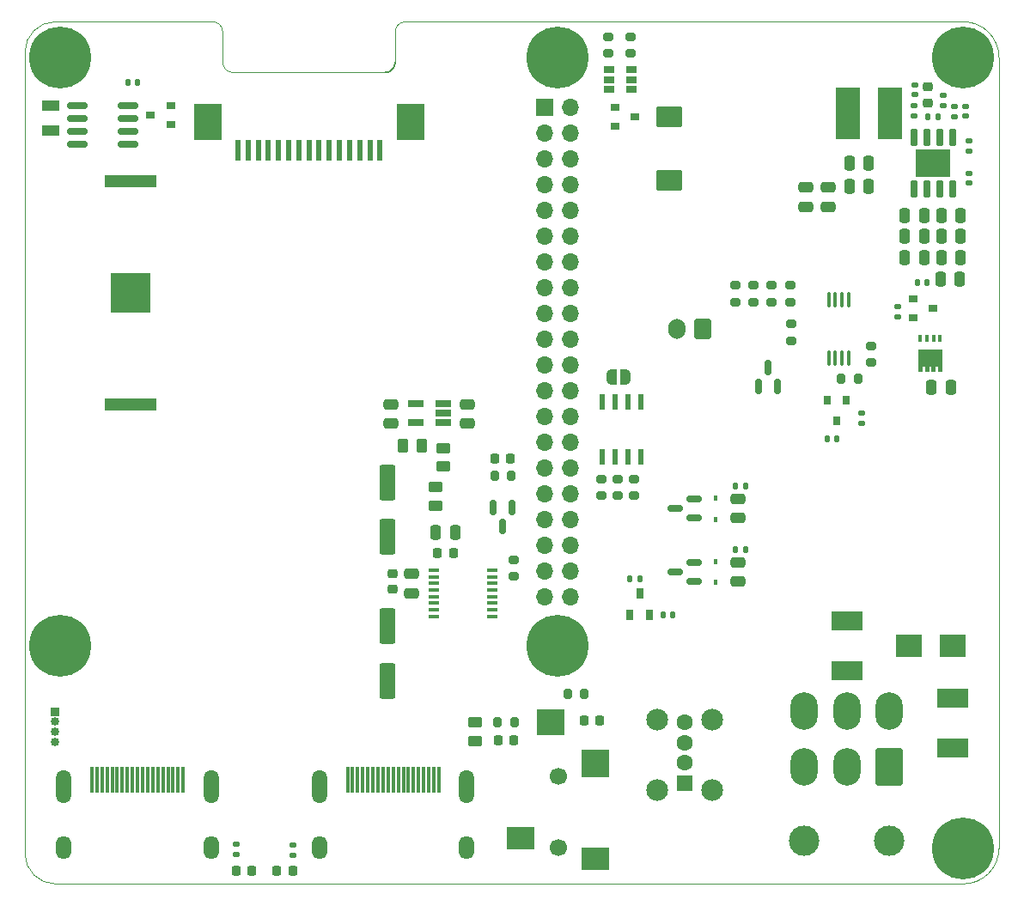
<source format=gbr>
G04 #@! TF.GenerationSoftware,KiCad,Pcbnew,(5.99.0-11120-g1d6ad4a52a)*
G04 #@! TF.CreationDate,2021-08-25T17:06:27+02:00*
G04 #@! TF.ProjectId,CarPiPowerHat,43617250-6950-46f7-9765-724861742e6b,0.2*
G04 #@! TF.SameCoordinates,Original*
G04 #@! TF.FileFunction,Soldermask,Top*
G04 #@! TF.FilePolarity,Negative*
%FSLAX46Y46*%
G04 Gerber Fmt 4.6, Leading zero omitted, Abs format (unit mm)*
G04 Created by KiCad (PCBNEW (5.99.0-11120-g1d6ad4a52a)) date 2021-08-25 17:06:27*
%MOMM*%
%LPD*%
G01*
G04 APERTURE LIST*
G04 Aperture macros list*
%AMRoundRect*
0 Rectangle with rounded corners*
0 $1 Rounding radius*
0 $2 $3 $4 $5 $6 $7 $8 $9 X,Y pos of 4 corners*
0 Add a 4 corners polygon primitive as box body*
4,1,4,$2,$3,$4,$5,$6,$7,$8,$9,$2,$3,0*
0 Add four circle primitives for the rounded corners*
1,1,$1+$1,$2,$3*
1,1,$1+$1,$4,$5*
1,1,$1+$1,$6,$7*
1,1,$1+$1,$8,$9*
0 Add four rect primitives between the rounded corners*
20,1,$1+$1,$2,$3,$4,$5,0*
20,1,$1+$1,$4,$5,$6,$7,0*
20,1,$1+$1,$6,$7,$8,$9,0*
20,1,$1+$1,$8,$9,$2,$3,0*%
%AMFreePoly0*
4,1,17,1.395000,0.765000,0.855000,0.765000,0.855000,0.535000,1.395000,0.535000,1.395000,0.115000,0.855000,0.115000,0.855000,-0.115000,1.395000,-0.115000,1.395000,-0.535000,0.855000,-0.535000,0.855000,-0.765000,1.395000,-0.765000,1.395000,-1.185000,-0.855000,-1.185000,-0.855000,1.185000,1.395000,1.185000,1.395000,0.765000,1.395000,0.765000,$1*%
%AMFreePoly1*
4,1,22,0.500000,-0.750000,0.000000,-0.750000,0.000000,-0.745033,-0.079941,-0.743568,-0.215256,-0.701293,-0.333266,-0.622738,-0.424486,-0.514219,-0.481581,-0.384460,-0.499164,-0.250000,-0.500000,-0.250000,-0.500000,0.250000,-0.499164,0.250000,-0.499963,0.256109,-0.478152,0.396186,-0.417904,0.524511,-0.324060,0.630769,-0.204165,0.706417,-0.067858,0.745374,0.000000,0.744959,0.000000,0.750000,
0.500000,0.750000,0.500000,-0.750000,0.500000,-0.750000,$1*%
%AMFreePoly2*
4,1,20,0.000000,0.744959,0.073905,0.744508,0.209726,0.703889,0.328688,0.626782,0.421226,0.519385,0.479903,0.390333,0.500000,0.250000,0.500000,-0.250000,0.499851,-0.262216,0.476331,-0.402017,0.414519,-0.529596,0.319384,-0.634700,0.198574,-0.708877,0.061801,-0.746166,0.000000,-0.745033,0.000000,-0.750000,-0.500000,-0.750000,-0.500000,0.750000,0.000000,0.750000,0.000000,0.744959,
0.000000,0.744959,$1*%
G04 Aperture macros list end*
G04 #@! TA.AperFunction,Profile*
%ADD10C,0.100000*%
G04 #@! TD*
G04 #@! TA.AperFunction,Profile*
%ADD11C,0.150000*%
G04 #@! TD*
%ADD12C,6.100000*%
%ADD13RoundRect,0.135000X0.185000X-0.135000X0.185000X0.135000X-0.185000X0.135000X-0.185000X-0.135000X0*%
%ADD14RoundRect,0.200000X0.275000X-0.200000X0.275000X0.200000X-0.275000X0.200000X-0.275000X-0.200000X0*%
%ADD15R,0.900000X0.800000*%
%ADD16R,1.060000X0.650000*%
%ADD17R,0.600000X1.550000*%
%ADD18C,1.700000*%
%ADD19R,2.800000X2.600000*%
%ADD20R,2.800000X2.200000*%
%ADD21R,2.800000X2.800000*%
%ADD22R,0.450000X0.600000*%
%ADD23RoundRect,0.100000X0.100000X-0.637500X0.100000X0.637500X-0.100000X0.637500X-0.100000X-0.637500X0*%
%ADD24RoundRect,0.250000X0.475000X-0.250000X0.475000X0.250000X-0.475000X0.250000X-0.475000X-0.250000X0*%
%ADD25RoundRect,0.225000X0.250000X-0.225000X0.250000X0.225000X-0.250000X0.225000X-0.250000X-0.225000X0*%
%ADD26RoundRect,0.250000X-0.450000X0.262500X-0.450000X-0.262500X0.450000X-0.262500X0.450000X0.262500X0*%
%ADD27R,0.850000X0.850000*%
%ADD28O,0.850000X0.850000*%
%ADD29RoundRect,0.250000X0.550000X-1.500000X0.550000X1.500000X-0.550000X1.500000X-0.550000X-1.500000X0*%
%ADD30RoundRect,0.140000X0.140000X0.170000X-0.140000X0.170000X-0.140000X-0.170000X0.140000X-0.170000X0*%
%ADD31R,1.800000X1.000000*%
%ADD32RoundRect,0.140000X0.170000X-0.140000X0.170000X0.140000X-0.170000X0.140000X-0.170000X-0.140000X0*%
%ADD33R,1.000000X0.400000*%
%ADD34RoundRect,0.250000X0.250000X0.475000X-0.250000X0.475000X-0.250000X-0.475000X0.250000X-0.475000X0*%
%ADD35R,3.400000X2.710000*%
%ADD36RoundRect,0.150000X0.150000X-0.737500X0.150000X0.737500X-0.150000X0.737500X-0.150000X-0.737500X0*%
%ADD37R,0.650000X1.100000*%
%ADD38RoundRect,0.135000X-0.185000X0.135000X-0.185000X-0.135000X0.185000X-0.135000X0.185000X0.135000X0*%
%ADD39RoundRect,0.250000X-0.475000X0.250000X-0.475000X-0.250000X0.475000X-0.250000X0.475000X0.250000X0*%
%ADD40RoundRect,0.250000X0.450000X-0.262500X0.450000X0.262500X-0.450000X0.262500X-0.450000X-0.262500X0*%
%ADD41RoundRect,0.250000X-0.250000X-0.475000X0.250000X-0.475000X0.250000X0.475000X-0.250000X0.475000X0*%
%ADD42RoundRect,0.225000X0.225000X0.250000X-0.225000X0.250000X-0.225000X-0.250000X0.225000X-0.250000X0*%
%ADD43RoundRect,0.225000X-0.225000X-0.250000X0.225000X-0.250000X0.225000X0.250000X-0.225000X0.250000X0*%
%ADD44RoundRect,0.250000X-0.262500X-0.450000X0.262500X-0.450000X0.262500X0.450000X-0.262500X0.450000X0*%
%ADD45RoundRect,0.140000X-0.140000X-0.170000X0.140000X-0.170000X0.140000X0.170000X-0.140000X0.170000X0*%
%ADD46RoundRect,0.200000X-0.200000X-0.275000X0.200000X-0.275000X0.200000X0.275000X-0.200000X0.275000X0*%
%ADD47R,3.150000X1.960000*%
%ADD48RoundRect,0.150000X-0.825000X-0.150000X0.825000X-0.150000X0.825000X0.150000X-0.825000X0.150000X0*%
%ADD49R,5.080000X1.270000*%
%ADD50R,3.960000X3.960000*%
%ADD51RoundRect,0.140000X-0.170000X0.140000X-0.170000X-0.140000X0.170000X-0.140000X0.170000X0.140000X0*%
%ADD52RoundRect,0.150000X0.587500X0.150000X-0.587500X0.150000X-0.587500X-0.150000X0.587500X-0.150000X0*%
%ADD53RoundRect,0.150000X0.150000X-0.587500X0.150000X0.587500X-0.150000X0.587500X-0.150000X-0.587500X0*%
%ADD54R,0.420000X0.700000*%
%ADD55FreePoly0,270.000000*%
%ADD56R,1.560000X0.650000*%
%ADD57RoundRect,0.200000X-0.275000X0.200000X-0.275000X-0.200000X0.275000X-0.200000X0.275000X0.200000X0*%
%ADD58RoundRect,0.225000X-0.250000X0.225000X-0.250000X-0.225000X0.250000X-0.225000X0.250000X0.225000X0*%
%ADD59R,0.300000X2.600000*%
%ADD60O,1.500000X3.300000*%
%ADD61O,1.500000X2.300000*%
%ADD62R,0.800000X0.900000*%
%ADD63RoundRect,0.135000X-0.135000X-0.185000X0.135000X-0.185000X0.135000X0.185000X-0.135000X0.185000X0*%
%ADD64RoundRect,0.218750X-0.218750X-0.256250X0.218750X-0.256250X0.218750X0.256250X-0.218750X0.256250X0*%
%ADD65R,2.350000X5.100000*%
%ADD66RoundRect,0.250000X-1.025000X0.787500X-1.025000X-0.787500X1.025000X-0.787500X1.025000X0.787500X0*%
%ADD67C,3.000000*%
%ADD68RoundRect,0.250001X1.099999X1.599999X-1.099999X1.599999X-1.099999X-1.599999X1.099999X-1.599999X0*%
%ADD69O,2.700000X3.700000*%
%ADD70R,2.500000X2.300000*%
%ADD71RoundRect,0.250000X-0.550000X1.500000X-0.550000X-1.500000X0.550000X-1.500000X0.550000X1.500000X0*%
%ADD72RoundRect,0.150000X-0.150000X0.587500X-0.150000X-0.587500X0.150000X-0.587500X0.150000X0.587500X0*%
%ADD73RoundRect,0.200000X0.200000X0.275000X-0.200000X0.275000X-0.200000X-0.275000X0.200000X-0.275000X0*%
%ADD74R,1.600000X1.600000*%
%ADD75C,1.600000*%
%ADD76C,2.150000*%
%ADD77FreePoly1,0.000000*%
%ADD78FreePoly2,0.000000*%
%ADD79R,0.610000X2.000000*%
%ADD80R,2.680000X3.600000*%
%ADD81R,1.700000X1.700000*%
%ADD82O,1.700000X1.700000*%
%ADD83RoundRect,0.250000X0.600000X0.750000X-0.600000X0.750000X-0.600000X-0.750000X0.600000X-0.750000X0*%
%ADD84O,1.700000X2.000000*%
G04 APERTURE END LIST*
D10*
X81000000Y-116500000D02*
X170500000Y-116500000D01*
X98499997Y-36500003D02*
G75*
G02*
X97500000Y-35500000I3J1000000D01*
G01*
X97500000Y-35500000D02*
X97500000Y-32500000D01*
X96500003Y-31499997D02*
G75*
G02*
X97500000Y-32500000I-3J-1000000D01*
G01*
X113500000Y-36500000D02*
X98500000Y-36500000D01*
X81000000Y-116500000D02*
G75*
G02*
X78005236Y-113500005I5236J2999995D01*
G01*
X78000000Y-34500000D02*
X78005236Y-113500005D01*
X115499997Y-31500003D02*
G75*
G03*
X114500000Y-32500000I0J-999997D01*
G01*
X96500000Y-31500000D02*
X81000000Y-31500000D01*
X173999998Y-34999998D02*
G75*
G03*
X170500000Y-31500000I-3499998J0D01*
G01*
X114500000Y-32500000D02*
X114500000Y-35500000D01*
X170500000Y-31500000D02*
X115500000Y-31500000D01*
X174000000Y-35000000D02*
X174000000Y-113000000D01*
X174000002Y-113000002D02*
G75*
G02*
X170500000Y-116500000I-3500000J2D01*
G01*
D11*
X113500000Y-36500000D02*
G75*
G03*
X114500000Y-35500000I0J1000000D01*
G01*
D10*
X78000000Y-34500000D02*
G75*
G02*
X81000000Y-31500000I3000000J0D01*
G01*
D12*
X130500000Y-35000000D03*
X130500000Y-93000000D03*
X81500000Y-35000000D03*
X81500000Y-93000000D03*
D13*
X168500000Y-39738100D03*
X168500000Y-38718100D03*
X165600035Y-40797000D03*
X165600035Y-39777000D03*
D14*
X136400000Y-78225000D03*
X136400000Y-76575000D03*
D15*
X136149200Y-39938400D03*
X136149200Y-41838400D03*
X138149200Y-40888400D03*
D16*
X137741200Y-38150000D03*
X137741200Y-37200000D03*
X137741200Y-36250000D03*
X135541200Y-36250000D03*
X135541200Y-37200000D03*
X135541200Y-38150000D03*
D17*
X138705000Y-69000000D03*
X137435000Y-69000000D03*
X136165000Y-69000000D03*
X134895000Y-69000000D03*
X134895000Y-74400000D03*
X136165000Y-74400000D03*
X137435000Y-74400000D03*
X138705000Y-74400000D03*
D14*
X134800000Y-78225000D03*
X134800000Y-76575000D03*
D13*
X98800035Y-113609990D03*
X98800035Y-112589990D03*
D18*
X130550035Y-112900000D03*
X130550035Y-105900000D03*
D19*
X129800035Y-100600000D03*
D20*
X126850035Y-112000000D03*
X134250035Y-114000000D03*
D21*
X134250035Y-104600000D03*
D22*
X146100035Y-86799990D03*
X146100035Y-84699990D03*
D23*
X157225000Y-64662500D03*
X157875000Y-64662500D03*
X158525000Y-64662500D03*
X159175000Y-64662500D03*
X159175000Y-58937500D03*
X158525000Y-58937500D03*
X157875000Y-58937500D03*
X157225000Y-58937500D03*
D24*
X114050000Y-71125000D03*
X114050000Y-69225000D03*
D25*
X114200035Y-87474990D03*
X114200035Y-85924990D03*
D26*
X118500000Y-77387500D03*
X118500000Y-79212500D03*
D27*
X80990000Y-99510000D03*
D28*
X80990000Y-100510000D03*
X80990000Y-101510000D03*
X80990000Y-102510000D03*
D29*
X113700000Y-82300000D03*
X113700000Y-76900000D03*
D30*
X166905000Y-57227000D03*
X165945000Y-57227000D03*
D15*
X92355000Y-41655000D03*
X92355000Y-39755000D03*
X90355000Y-40705000D03*
D31*
X80555000Y-42255000D03*
X80555000Y-39755000D03*
D32*
X171084400Y-47408100D03*
X171084400Y-46448100D03*
D33*
X124100000Y-90125000D03*
X124100000Y-89475000D03*
X124100000Y-88825000D03*
X124100000Y-88175000D03*
X124100000Y-87525000D03*
X124100000Y-86875000D03*
X124100000Y-86225000D03*
X124100000Y-85575000D03*
X118300000Y-85575000D03*
X118300000Y-86225000D03*
X118300000Y-86875000D03*
X118300000Y-87525000D03*
X118300000Y-88175000D03*
X118300000Y-88825000D03*
X118300000Y-89475000D03*
X118300000Y-90125000D03*
D34*
X166615000Y-54767000D03*
X164715000Y-54767000D03*
D35*
X167509400Y-45428100D03*
D36*
X165604400Y-47990600D03*
X166874400Y-47990600D03*
X168144400Y-47990600D03*
X169414400Y-47990600D03*
X169414400Y-42865600D03*
X168144400Y-42865600D03*
X166874400Y-42865600D03*
X165604400Y-42865600D03*
D37*
X137640035Y-89974990D03*
X139560035Y-89974990D03*
X138600035Y-87874990D03*
D38*
X169600000Y-39818100D03*
X169600000Y-40838100D03*
D39*
X148250035Y-78549990D03*
X148250035Y-80449990D03*
D40*
X119250000Y-75337500D03*
X119250000Y-73512500D03*
D41*
X167350035Y-67499990D03*
X169250035Y-67499990D03*
D42*
X126175035Y-102350000D03*
X124625035Y-102350000D03*
D43*
X133125035Y-100350000D03*
X134675035Y-100350000D03*
D44*
X115287500Y-73300000D03*
X117112500Y-73300000D03*
D45*
X157040035Y-72599990D03*
X158000035Y-72599990D03*
D14*
X138000000Y-78225000D03*
X138000000Y-76575000D03*
D30*
X167964400Y-40828100D03*
X167004400Y-40828100D03*
D46*
X158475035Y-66699990D03*
X160125035Y-66699990D03*
D47*
X159000035Y-95504990D03*
X159000035Y-90594990D03*
D38*
X164000035Y-59589990D03*
X164000035Y-60609990D03*
D48*
X83180000Y-39800000D03*
X83180000Y-41070000D03*
X83180000Y-42340000D03*
X83180000Y-43610000D03*
X88130000Y-43610000D03*
X88130000Y-42340000D03*
X88130000Y-41070000D03*
X88130000Y-39800000D03*
D43*
X124325000Y-74550000D03*
X125875000Y-74550000D03*
D34*
X166615000Y-52667000D03*
X164715000Y-52667000D03*
D41*
X168315000Y-52667000D03*
X170215000Y-52667000D03*
D49*
X88440000Y-47255000D03*
X88440000Y-69225000D03*
D50*
X88440000Y-58240000D03*
D39*
X157175000Y-47847000D03*
X157175000Y-49747000D03*
D14*
X126200000Y-86175000D03*
X126200000Y-84525000D03*
D51*
X170750000Y-39848100D03*
X170750000Y-40808100D03*
D52*
X143937535Y-86699990D03*
X143937535Y-84799990D03*
X142062535Y-85749990D03*
D15*
X165525000Y-60677000D03*
X167525000Y-59727000D03*
X165525000Y-58777000D03*
D53*
X150300035Y-67437490D03*
X152200035Y-67437490D03*
X151250035Y-65562490D03*
D38*
X104400035Y-112689990D03*
X104400035Y-113709990D03*
D54*
X168200000Y-62727000D03*
X167550000Y-62727000D03*
X166900000Y-62727000D03*
X166250000Y-62727000D03*
D55*
X167225000Y-64682000D03*
D56*
X119200000Y-71050000D03*
X119200000Y-70100000D03*
X119200000Y-69150000D03*
X116500000Y-69150000D03*
X116500000Y-71050000D03*
D41*
X168315000Y-50567000D03*
X170215000Y-50567000D03*
D57*
X153500000Y-61300000D03*
X153500000Y-62950000D03*
D14*
X135500035Y-34624990D03*
X135500035Y-32974990D03*
D12*
X170500000Y-35000000D03*
D57*
X153400000Y-57475000D03*
X153400000Y-59125000D03*
D58*
X167000000Y-37925000D03*
X167000000Y-39475000D03*
D32*
X165684400Y-38708100D03*
X165684400Y-37748100D03*
D57*
X161400000Y-63475000D03*
X161400000Y-65125000D03*
D39*
X148250035Y-84799990D03*
X148250035Y-86699990D03*
D59*
X93600035Y-106219990D03*
X93100035Y-106219990D03*
X92600035Y-106219990D03*
X92100035Y-106219990D03*
X91600035Y-106219990D03*
X91100035Y-106219990D03*
X90600035Y-106219990D03*
X90100035Y-106219990D03*
X89600035Y-106219990D03*
X89100035Y-106219990D03*
X88600035Y-106219990D03*
X88100035Y-106219990D03*
X87600035Y-106219990D03*
X87100035Y-106219990D03*
X86600035Y-106219990D03*
X86100035Y-106219990D03*
X85600035Y-106219990D03*
X85100035Y-106219990D03*
X84600035Y-106219990D03*
D60*
X96350035Y-106949990D03*
X81850035Y-106949990D03*
D61*
X81850035Y-112909990D03*
X96350035Y-112909990D03*
D52*
X143937535Y-80449990D03*
X143937535Y-78549990D03*
X142062535Y-79499990D03*
D57*
X151600000Y-57475000D03*
X151600000Y-59125000D03*
D62*
X158950000Y-68800000D03*
X157050000Y-68800000D03*
X158000000Y-70800000D03*
D63*
X147990035Y-83499990D03*
X149010035Y-83499990D03*
D45*
X88140000Y-37510000D03*
X89100000Y-37510000D03*
D39*
X121600000Y-69225000D03*
X121600000Y-71125000D03*
D64*
X98812535Y-115199990D03*
X100387535Y-115199990D03*
D47*
X169400035Y-103104990D03*
X169400035Y-98194990D03*
D65*
X163284400Y-40528100D03*
X159134400Y-40528100D03*
D59*
X118800035Y-106219990D03*
X118300035Y-106219990D03*
X117800035Y-106219990D03*
X117300035Y-106219990D03*
X116800035Y-106219990D03*
X116300035Y-106219990D03*
X115800035Y-106219990D03*
X115300035Y-106219990D03*
X114800035Y-106219990D03*
X114300035Y-106219990D03*
X113800035Y-106219990D03*
X113300035Y-106219990D03*
X112800035Y-106219990D03*
X112300035Y-106219990D03*
X111800035Y-106219990D03*
X111300035Y-106219990D03*
X110800035Y-106219990D03*
X110300035Y-106219990D03*
X109800035Y-106219990D03*
D60*
X121550035Y-106949990D03*
X107050035Y-106949990D03*
D61*
X107050035Y-112909990D03*
X121550035Y-112909990D03*
D22*
X146100035Y-80549990D03*
X146100035Y-78449990D03*
D14*
X148000000Y-59125000D03*
X148000000Y-57475000D03*
D24*
X116100035Y-87849990D03*
X116100035Y-85949990D03*
D57*
X149800000Y-57475000D03*
X149800000Y-59125000D03*
D66*
X141500000Y-40887500D03*
X141500000Y-47112500D03*
D39*
X154975000Y-47847000D03*
X154975000Y-49747000D03*
D41*
X168250000Y-56900000D03*
X170150000Y-56900000D03*
D67*
X154800000Y-112274990D03*
X163200000Y-112274990D03*
D68*
X163200000Y-104974990D03*
D69*
X159000000Y-104974990D03*
X154800000Y-104974990D03*
X163200000Y-99474990D03*
X159000000Y-99474990D03*
X154800000Y-99474990D03*
D46*
X131475035Y-97799990D03*
X133125035Y-97799990D03*
D70*
X169400035Y-92999990D03*
X165100035Y-92999990D03*
D43*
X118675000Y-83850000D03*
X120225000Y-83850000D03*
D45*
X140870035Y-89949990D03*
X141830035Y-89949990D03*
D12*
X170500000Y-113000000D03*
D40*
X122400035Y-102412490D03*
X122400035Y-100587490D03*
D30*
X138600035Y-86399990D03*
X137640035Y-86399990D03*
D63*
X147990035Y-77249990D03*
X149010035Y-77249990D03*
D14*
X137700035Y-34624990D03*
X137700035Y-32974990D03*
D34*
X166615000Y-50567000D03*
X164715000Y-50567000D03*
D41*
X118500000Y-81850000D03*
X120400000Y-81850000D03*
D38*
X171084400Y-43218100D03*
X171084400Y-44238100D03*
D71*
X113700035Y-91099990D03*
X113700035Y-96499990D03*
D41*
X159275000Y-47727000D03*
X161175000Y-47727000D03*
D72*
X126050000Y-79362500D03*
X124150000Y-79362500D03*
X125100000Y-81237500D03*
D41*
X168315000Y-54767000D03*
X170215000Y-54767000D03*
D73*
X125925000Y-76300000D03*
X124275000Y-76300000D03*
D74*
X143000035Y-106559990D03*
D75*
X143000035Y-104559990D03*
X143000035Y-102559990D03*
X143000035Y-100559990D03*
D76*
X145720035Y-107289990D03*
X140280035Y-107289990D03*
X145720035Y-100289990D03*
X140280035Y-100289990D03*
D51*
X160500000Y-70100000D03*
X160500000Y-71060000D03*
D46*
X124575035Y-100600000D03*
X126225035Y-100600000D03*
D64*
X102812535Y-115199990D03*
X104387535Y-115199990D03*
D41*
X159275000Y-45427000D03*
X161175000Y-45427000D03*
D77*
X135850000Y-66500000D03*
D78*
X137150000Y-66500000D03*
D79*
X113000000Y-44200000D03*
X112000000Y-44200000D03*
X111000000Y-44200000D03*
X110000000Y-44200000D03*
X109000000Y-44200000D03*
X108000000Y-44200000D03*
X107000000Y-44200000D03*
X106000000Y-44200000D03*
X105000000Y-44200000D03*
X104000000Y-44200000D03*
X103000000Y-44200000D03*
X102000000Y-44200000D03*
X101000000Y-44200000D03*
X100000000Y-44200000D03*
X99000000Y-44200000D03*
D80*
X115990000Y-41400000D03*
X96010000Y-41400000D03*
D81*
X129210000Y-39900000D03*
D82*
X131750000Y-39900000D03*
X129210000Y-42440000D03*
X131750000Y-42440000D03*
X129210000Y-44980000D03*
X131750000Y-44980000D03*
X129210000Y-47520000D03*
X131750000Y-47520000D03*
X129210000Y-50060000D03*
X131750000Y-50060000D03*
X129210000Y-52600000D03*
X131750000Y-52600000D03*
X129210000Y-55140000D03*
X131750000Y-55140000D03*
X129210000Y-57680000D03*
X131750000Y-57680000D03*
X129210000Y-60220000D03*
X131750000Y-60220000D03*
X129210000Y-62760000D03*
X131750000Y-62760000D03*
X129210000Y-65300000D03*
X131750000Y-65300000D03*
X129210000Y-67840000D03*
X131750000Y-67840000D03*
X129210000Y-70380000D03*
X131750000Y-70380000D03*
X129210000Y-72920000D03*
X131750000Y-72920000D03*
X129210000Y-75460000D03*
X131750000Y-75460000D03*
X129210000Y-78000000D03*
X131750000Y-78000000D03*
X129210000Y-80540000D03*
X131750000Y-80540000D03*
X129210000Y-83080000D03*
X131750000Y-83080000D03*
X129210000Y-85620000D03*
X131750000Y-85620000D03*
X129210000Y-88160000D03*
X131750000Y-88160000D03*
D83*
X144770000Y-61790000D03*
D84*
X142270000Y-61790000D03*
M02*

</source>
